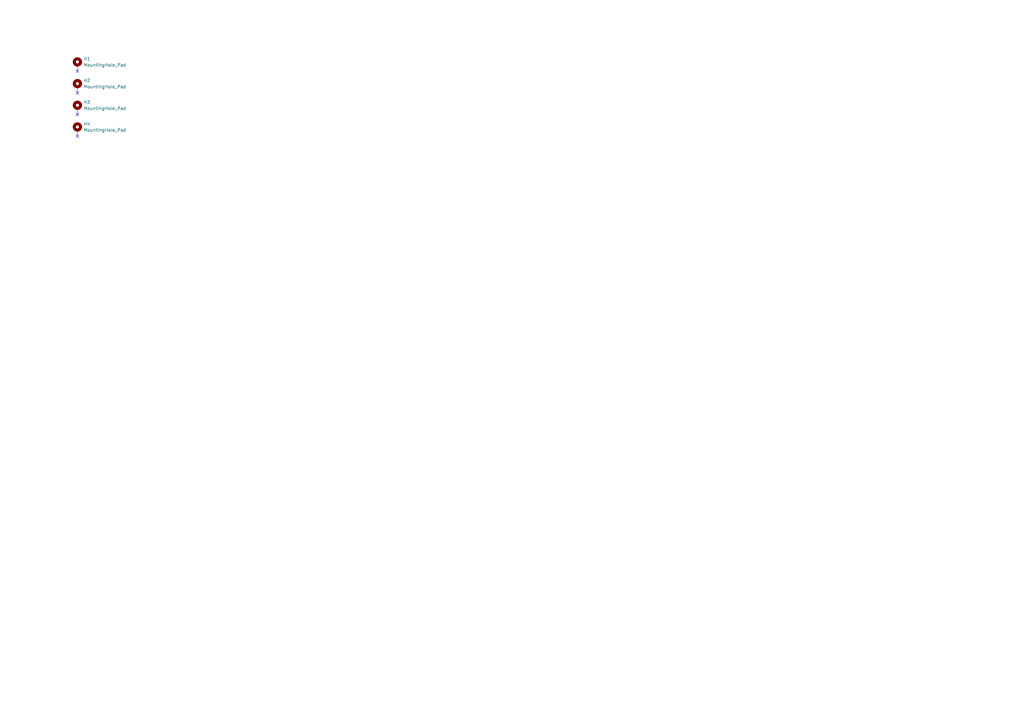
<source format=kicad_sch>
(kicad_sch (version 20250114) (generator "eeschema") (generator_version "9.0")
  (paper "A3")
  (title_block (title "Wall panel") (date "2026-01-09") (rev "1") (company "Grigorii Merkushev (aka brushknight)") (comment 1 "brushknight.com"))
  (lib_symbols
    (symbol "Mechanical:MountingHole_Pad" (pin_numbers (hide yes)) (pin_names (offset 1.016) (hide yes)) (in_bom no)
      (property "Reference" "H" (at 0 6.35 0))
      (property "Value" "MountingHole_Pad" (at 0 4.445 0))
      (symbol "MountingHole_Pad_0_1"
        (circle (center 0 1.27) (radius 1.27) (stroke (width 1.27)))
      )
      (symbol "MountingHole_Pad_1_1"
        (pin input line (at 0 -2.54 90) (length 2.54) (name "1") (number "1"))
      )
    )
  )
  (no_connect (at 31.75 38.1))
  (no_connect (at 31.75 29.21))
  (no_connect (at 31.75 46.99))
  (no_connect (at 31.75 55.88))
  (symbol (lib_id "Mechanical:MountingHole_Pad") (at 31.75 26.67 0) (unit 1)
    (property "Reference" "H1" (at 34.29 24.1299 0) (effects (justify left)))
    (property "Value" "MountingHole_Pad" (at 34.29 26.6699 0) (effects (justify left)))
    (property "Footprint" "9774030151R:9774030151R" (effects (hide yes)))
    (property "Description" "Mounting Hole with connection" (effects (hide yes)))
    (property "LCSC" "C5301785" (effects (hide yes)))
  )
  (symbol (lib_id "Mechanical:MountingHole_Pad") (at 31.75 53.34 0) (unit 1)
    (property "Reference" "H4" (at 34.29 50.7999 0) (effects (justify left)))
    (property "Value" "MountingHole_Pad" (at 34.29 53.3399 0) (effects (justify left)))
    (property "Footprint" "9774030151R:9774030151R" (effects (hide yes)))
    (property "Description" "Mounting Hole with connection" (effects (hide yes)))
    (property "LCSC" "C5301785" (effects (hide yes)))
  )
  (symbol (lib_id "Mechanical:MountingHole_Pad") (at 31.75 35.56 0) (unit 1)
    (property "Reference" "H2" (at 34.29 33.0199 0) (effects (justify left)))
    (property "Value" "MountingHole_Pad" (at 34.29 35.5599 0) (effects (justify left)))
    (property "Footprint" "9774030151R:9774030151R" (effects (hide yes)))
    (property "Description" "Mounting Hole with connection" (effects (hide yes)))
    (property "LCSC" "C5301785" (effects (hide yes)))
  )
  (symbol (lib_id "Mechanical:MountingHole_Pad") (at 31.75 44.45 0) (unit 1)
    (property "Reference" "H3" (at 34.29 41.9099 0) (effects (justify left)))
    (property "Value" "MountingHole_Pad" (at 34.29 44.4499 0) (effects (justify left)))
    (property "Footprint" "9774030151R:9774030151R" (effects (hide yes)))
    (property "Description" "Mounting Hole with connection" (effects (hide yes)))
    (property "LCSC" "C5301785" (effects (hide yes)))
  )
)
</source>
